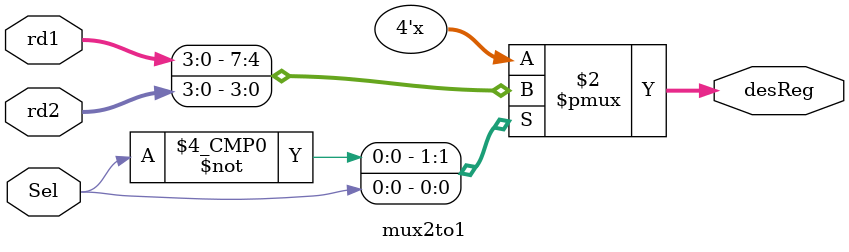
<source format=v>
module mux2to1( input [3:0] rd1, input [3:0] rd2, input Sel, output reg [3:0] desReg );

always @(Sel or rd1 or rd2) begin
case(Sel)
	1'b0: begin
	    desReg = rd1;
	end

	1'b1: begin
	    desReg = rd2;
	end
endcase
end

endmodule
</source>
